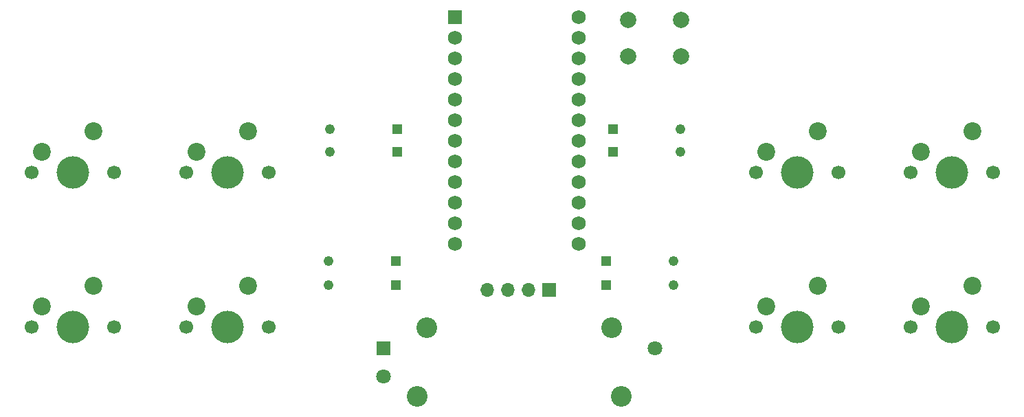
<source format=gbr>
%TF.GenerationSoftware,KiCad,Pcbnew,(7.0.0)*%
%TF.CreationDate,2023-07-30T13:50:14-07:00*%
%TF.ProjectId,macropad-v2,6d616372-6f70-4616-942d-76322e6b6963,rev?*%
%TF.SameCoordinates,Original*%
%TF.FileFunction,Soldermask,Top*%
%TF.FilePolarity,Negative*%
%FSLAX46Y46*%
G04 Gerber Fmt 4.6, Leading zero omitted, Abs format (unit mm)*
G04 Created by KiCad (PCBNEW (7.0.0)) date 2023-07-30 13:50:14*
%MOMM*%
%LPD*%
G01*
G04 APERTURE LIST*
%ADD10C,1.700000*%
%ADD11C,4.000000*%
%ADD12C,2.200000*%
%ADD13C,1.238000*%
%ADD14R,1.238000X1.238000*%
%ADD15C,2.000000*%
%ADD16R,1.752600X1.752600*%
%ADD17C,1.752600*%
%ADD18R,1.700000X1.700000*%
%ADD19O,1.700000X1.700000*%
%ADD20R,1.800000X1.800000*%
%ADD21C,1.800000*%
%ADD22C,2.550000*%
G04 APERTURE END LIST*
D10*
%TO.C,MX7*%
X188468000Y-72898000D03*
D11*
X193548000Y-72898000D03*
D10*
X198628000Y-72898000D03*
D12*
X196088000Y-67818000D03*
X189738000Y-70358000D03*
%TD*%
D13*
%TO.C,D3*%
X159269600Y-86741000D03*
D14*
X150977599Y-86740999D03*
%TD*%
D10*
%TO.C,MX2*%
X80137000Y-91948000D03*
D11*
X85217000Y-91948000D03*
D10*
X90297000Y-91948000D03*
D12*
X87757000Y-86868000D03*
X81407000Y-89408000D03*
%TD*%
D15*
%TO.C,SW1*%
X153670000Y-54102000D03*
X160170000Y-54102000D03*
X153670000Y-58602000D03*
X160170000Y-58602000D03*
%TD*%
D13*
%TO.C,D6*%
X116758000Y-86741000D03*
D14*
X125049999Y-86740999D03*
%TD*%
D13*
%TO.C,D2*%
X116758000Y-83820000D03*
D14*
X125049999Y-83819999D03*
%TD*%
D10*
%TO.C,MX6*%
X169418000Y-91948000D03*
D11*
X174498000Y-91948000D03*
D10*
X179578000Y-91948000D03*
D12*
X177038000Y-86868000D03*
X170688000Y-89408000D03*
%TD*%
D13*
%TO.C,D1*%
X116886500Y-70358000D03*
D14*
X125178499Y-70357999D03*
%TD*%
D13*
%TO.C,D7*%
X160102000Y-70358000D03*
D14*
X151809999Y-70357999D03*
%TD*%
D10*
%TO.C,MX4*%
X99187000Y-91948000D03*
D11*
X104267000Y-91948000D03*
D10*
X109347000Y-91948000D03*
D12*
X106807000Y-86868000D03*
X100457000Y-89408000D03*
%TD*%
D13*
%TO.C,D5*%
X116886500Y-67564000D03*
D14*
X125178499Y-67563999D03*
%TD*%
D13*
%TO.C,D8*%
X160102000Y-67564000D03*
D14*
X151809999Y-67563999D03*
%TD*%
D10*
%TO.C,MX5*%
X169418000Y-72898000D03*
D11*
X174498000Y-72898000D03*
D10*
X179578000Y-72898000D03*
D12*
X177038000Y-67818000D03*
X170688000Y-70358000D03*
%TD*%
D16*
%TO.C,U1*%
X132333999Y-53720999D03*
D17*
X132334000Y-56261000D03*
X132334000Y-58801000D03*
X132334000Y-61341000D03*
X132334000Y-63881000D03*
X132334000Y-66421000D03*
X132334000Y-68961000D03*
X132334000Y-71501000D03*
X132334000Y-74041000D03*
X132334000Y-76581000D03*
X132334000Y-79121000D03*
X132334000Y-81661000D03*
X147574000Y-81661000D03*
X147574000Y-79121000D03*
X147574000Y-76581000D03*
X147574000Y-74041000D03*
X147574000Y-71501000D03*
X147574000Y-68961000D03*
X147574000Y-66421000D03*
X147574000Y-63881000D03*
X147574000Y-61341000D03*
X147574000Y-58801000D03*
X147574000Y-56261000D03*
X147574000Y-53721000D03*
%TD*%
D10*
%TO.C,MX8*%
X188468000Y-91948000D03*
D11*
X193548000Y-91948000D03*
D10*
X198628000Y-91948000D03*
D12*
X196088000Y-86868000D03*
X189738000Y-89408000D03*
%TD*%
D18*
%TO.C,128x32oLed1*%
X143902999Y-87337999D03*
D19*
X141362999Y-87337999D03*
X138822999Y-87337999D03*
X136282999Y-87337999D03*
%TD*%
D10*
%TO.C,MX1*%
X80137000Y-72898000D03*
D11*
X85217000Y-72898000D03*
D10*
X90297000Y-72898000D03*
D12*
X87757000Y-67818000D03*
X81407000Y-70358000D03*
%TD*%
D10*
%TO.C,MX3*%
X99187000Y-72898000D03*
D11*
X104267000Y-72898000D03*
D10*
X109347000Y-72898000D03*
D12*
X106807000Y-67818000D03*
X100457000Y-70358000D03*
%TD*%
D20*
%TO.C,R1*%
X123503499Y-94515999D03*
D21*
X123503500Y-98016000D03*
X157003500Y-94516000D03*
D22*
X128853500Y-92016000D03*
X127653500Y-100516000D03*
X151653500Y-92016000D03*
X152853500Y-100516000D03*
%TD*%
D13*
%TO.C,D4*%
X159289200Y-83820000D03*
D14*
X150997199Y-83819999D03*
%TD*%
M02*

</source>
